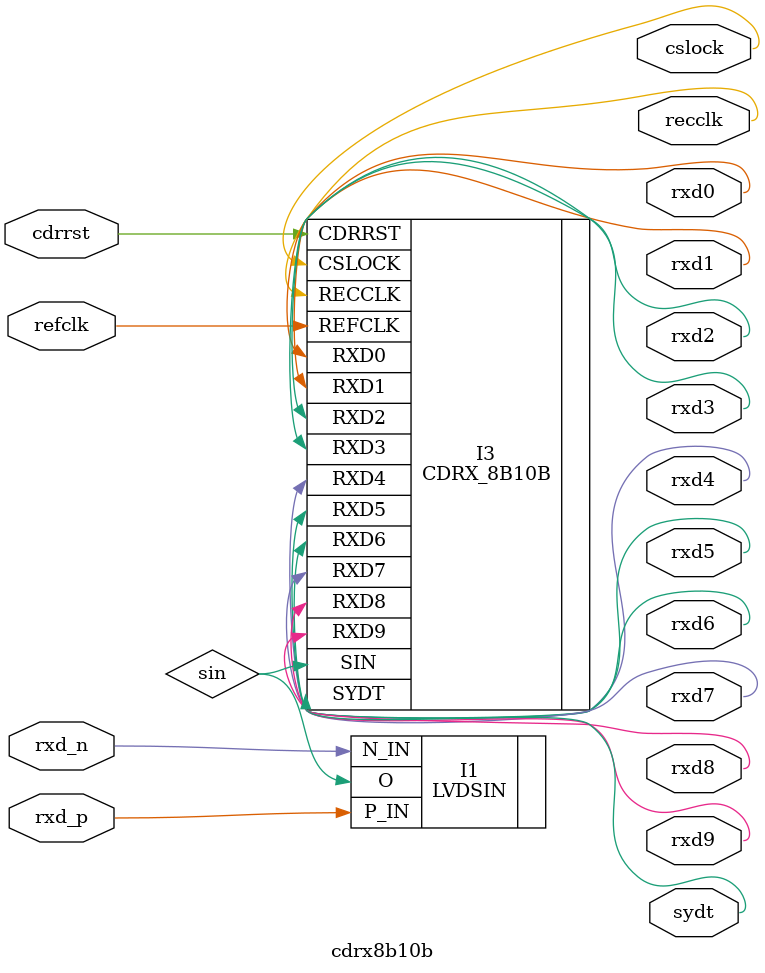
<source format=v>

module cdrx8b10b (refclk,cdrrst,rxd_p,rxd_n, rxd0,rxd1,rxd2,rxd3,rxd4,rxd5,rxd6,rxd7,rxd8,rxd9,recclk,cslock,sydt);


input refclk,cdrrst,rxd_p,rxd_n;
output rxd0,rxd1,rxd2,rxd3,rxd4,rxd5,rxd6,rxd7,rxd8,rxd9,recclk,cslock,sydt;
wire sin;
LVDSIN I1 (.P_IN(rxd_p), .N_IN(rxd_n), .O(sin));
defparam I3.in_freq = "40.00";
defparam I3.sympat = "11000001010011111010";
CDRX_8B10B I3 (
.SIN(sin),
.REFCLK(refclk),
.CDRRST(cdrrst),
.RXD0(rxd0),
.RXD1(rxd1),
.RXD2(rxd2),
.RXD3(rxd3),
.RXD4(rxd4),
.RXD5(rxd5),
.RXD6(rxd6),
.RXD7(rxd7),
.RXD8(rxd8),
.RXD9(rxd9),
.RECCLK(recclk),
.CSLOCK(cslock),
.SYDT(sydt)
);
// exemplar attribute I3 in_freq 40.00
// exemplar attribute I3 sympat 11000001010011111010


endmodule

</source>
